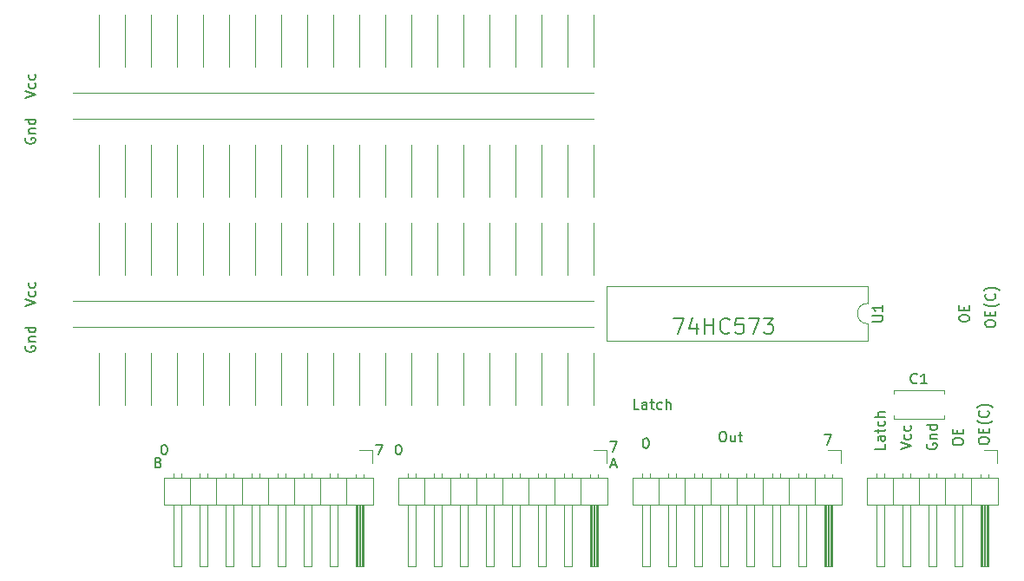
<source format=gbr>
G04 #@! TF.GenerationSoftware,KiCad,Pcbnew,(5.1.8)-1*
G04 #@! TF.CreationDate,2022-02-21T20:22:27+03:00*
G04 #@! TF.ProjectId,template-b,74656d70-6c61-4746-952d-622e6b696361,rev?*
G04 #@! TF.SameCoordinates,Original*
G04 #@! TF.FileFunction,Legend,Top*
G04 #@! TF.FilePolarity,Positive*
%FSLAX46Y46*%
G04 Gerber Fmt 4.6, Leading zero omitted, Abs format (unit mm)*
G04 Created by KiCad (PCBNEW (5.1.8)-1) date 2022-02-21 20:22:27*
%MOMM*%
%LPD*%
G01*
G04 APERTURE LIST*
%ADD10C,0.150000*%
%ADD11C,0.120000*%
%ADD12C,0.200000*%
G04 APERTURE END LIST*
D10*
X23312500Y-32392857D02*
X23264880Y-32488095D01*
X23264880Y-32630952D01*
X23312500Y-32773809D01*
X23407738Y-32869047D01*
X23502976Y-32916666D01*
X23693452Y-32964285D01*
X23836309Y-32964285D01*
X24026785Y-32916666D01*
X24122023Y-32869047D01*
X24217261Y-32773809D01*
X24264880Y-32630952D01*
X24264880Y-32535714D01*
X24217261Y-32392857D01*
X24169642Y-32345238D01*
X23836309Y-32345238D01*
X23836309Y-32535714D01*
X23598214Y-31916666D02*
X24264880Y-31916666D01*
X23693452Y-31916666D02*
X23645833Y-31869047D01*
X23598214Y-31773809D01*
X23598214Y-31630952D01*
X23645833Y-31535714D01*
X23741071Y-31488095D01*
X24264880Y-31488095D01*
X24264880Y-30583333D02*
X23264880Y-30583333D01*
X24217261Y-30583333D02*
X24264880Y-30678571D01*
X24264880Y-30869047D01*
X24217261Y-30964285D01*
X24169642Y-31011904D01*
X24074404Y-31059523D01*
X23788690Y-31059523D01*
X23693452Y-31011904D01*
X23645833Y-30964285D01*
X23598214Y-30869047D01*
X23598214Y-30678571D01*
X23645833Y-30583333D01*
X23312500Y-52712857D02*
X23264880Y-52808095D01*
X23264880Y-52950952D01*
X23312500Y-53093809D01*
X23407738Y-53189047D01*
X23502976Y-53236666D01*
X23693452Y-53284285D01*
X23836309Y-53284285D01*
X24026785Y-53236666D01*
X24122023Y-53189047D01*
X24217261Y-53093809D01*
X24264880Y-52950952D01*
X24264880Y-52855714D01*
X24217261Y-52712857D01*
X24169642Y-52665238D01*
X23836309Y-52665238D01*
X23836309Y-52855714D01*
X23598214Y-52236666D02*
X24264880Y-52236666D01*
X23693452Y-52236666D02*
X23645833Y-52189047D01*
X23598214Y-52093809D01*
X23598214Y-51950952D01*
X23645833Y-51855714D01*
X23741071Y-51808095D01*
X24264880Y-51808095D01*
X24264880Y-50903333D02*
X23264880Y-50903333D01*
X24217261Y-50903333D02*
X24264880Y-50998571D01*
X24264880Y-51189047D01*
X24217261Y-51284285D01*
X24169642Y-51331904D01*
X24074404Y-51379523D01*
X23788690Y-51379523D01*
X23693452Y-51331904D01*
X23645833Y-51284285D01*
X23598214Y-51189047D01*
X23598214Y-50998571D01*
X23645833Y-50903333D01*
X23264880Y-28495476D02*
X24264880Y-28162142D01*
X23264880Y-27828809D01*
X24217261Y-27066904D02*
X24264880Y-27162142D01*
X24264880Y-27352619D01*
X24217261Y-27447857D01*
X24169642Y-27495476D01*
X24074404Y-27543095D01*
X23788690Y-27543095D01*
X23693452Y-27495476D01*
X23645833Y-27447857D01*
X23598214Y-27352619D01*
X23598214Y-27162142D01*
X23645833Y-27066904D01*
X24217261Y-26209761D02*
X24264880Y-26305000D01*
X24264880Y-26495476D01*
X24217261Y-26590714D01*
X24169642Y-26638333D01*
X24074404Y-26685952D01*
X23788690Y-26685952D01*
X23693452Y-26638333D01*
X23645833Y-26590714D01*
X23598214Y-26495476D01*
X23598214Y-26305000D01*
X23645833Y-26209761D01*
X23264880Y-48815476D02*
X24264880Y-48482142D01*
X23264880Y-48148809D01*
X24217261Y-47386904D02*
X24264880Y-47482142D01*
X24264880Y-47672619D01*
X24217261Y-47767857D01*
X24169642Y-47815476D01*
X24074404Y-47863095D01*
X23788690Y-47863095D01*
X23693452Y-47815476D01*
X23645833Y-47767857D01*
X23598214Y-47672619D01*
X23598214Y-47482142D01*
X23645833Y-47386904D01*
X24217261Y-46529761D02*
X24264880Y-46625000D01*
X24264880Y-46815476D01*
X24217261Y-46910714D01*
X24169642Y-46958333D01*
X24074404Y-47005952D01*
X23788690Y-47005952D01*
X23693452Y-46958333D01*
X23645833Y-46910714D01*
X23598214Y-46815476D01*
X23598214Y-46625000D01*
X23645833Y-46529761D01*
X116927380Y-50609285D02*
X116927380Y-50418809D01*
X116975000Y-50323571D01*
X117070238Y-50228333D01*
X117260714Y-50180714D01*
X117594047Y-50180714D01*
X117784523Y-50228333D01*
X117879761Y-50323571D01*
X117927380Y-50418809D01*
X117927380Y-50609285D01*
X117879761Y-50704523D01*
X117784523Y-50799761D01*
X117594047Y-50847380D01*
X117260714Y-50847380D01*
X117070238Y-50799761D01*
X116975000Y-50704523D01*
X116927380Y-50609285D01*
X117403571Y-49752142D02*
X117403571Y-49418809D01*
X117927380Y-49275952D02*
X117927380Y-49752142D01*
X116927380Y-49752142D01*
X116927380Y-49275952D01*
X118308333Y-48561666D02*
X118260714Y-48609285D01*
X118117857Y-48704523D01*
X118022619Y-48752142D01*
X117879761Y-48799761D01*
X117641666Y-48847380D01*
X117451190Y-48847380D01*
X117213095Y-48799761D01*
X117070238Y-48752142D01*
X116975000Y-48704523D01*
X116832142Y-48609285D01*
X116784523Y-48561666D01*
X117832142Y-47609285D02*
X117879761Y-47656904D01*
X117927380Y-47799761D01*
X117927380Y-47895000D01*
X117879761Y-48037857D01*
X117784523Y-48133095D01*
X117689285Y-48180714D01*
X117498809Y-48228333D01*
X117355952Y-48228333D01*
X117165476Y-48180714D01*
X117070238Y-48133095D01*
X116975000Y-48037857D01*
X116927380Y-47895000D01*
X116927380Y-47799761D01*
X116975000Y-47656904D01*
X117022619Y-47609285D01*
X118308333Y-47275952D02*
X118260714Y-47228333D01*
X118117857Y-47133095D01*
X118022619Y-47085476D01*
X117879761Y-47037857D01*
X117641666Y-46990238D01*
X117451190Y-46990238D01*
X117213095Y-47037857D01*
X117070238Y-47085476D01*
X116975000Y-47133095D01*
X116832142Y-47228333D01*
X116784523Y-47275952D01*
X114387380Y-50077619D02*
X114387380Y-49887142D01*
X114435000Y-49791904D01*
X114530238Y-49696666D01*
X114720714Y-49649047D01*
X115054047Y-49649047D01*
X115244523Y-49696666D01*
X115339761Y-49791904D01*
X115387380Y-49887142D01*
X115387380Y-50077619D01*
X115339761Y-50172857D01*
X115244523Y-50268095D01*
X115054047Y-50315714D01*
X114720714Y-50315714D01*
X114530238Y-50268095D01*
X114435000Y-50172857D01*
X114387380Y-50077619D01*
X114863571Y-49220476D02*
X114863571Y-48887142D01*
X115387380Y-48744285D02*
X115387380Y-49220476D01*
X114387380Y-49220476D01*
X114387380Y-48744285D01*
X83145476Y-58872380D02*
X82669285Y-58872380D01*
X82669285Y-57872380D01*
X83907380Y-58872380D02*
X83907380Y-58348571D01*
X83859761Y-58253333D01*
X83764523Y-58205714D01*
X83574047Y-58205714D01*
X83478809Y-58253333D01*
X83907380Y-58824761D02*
X83812142Y-58872380D01*
X83574047Y-58872380D01*
X83478809Y-58824761D01*
X83431190Y-58729523D01*
X83431190Y-58634285D01*
X83478809Y-58539047D01*
X83574047Y-58491428D01*
X83812142Y-58491428D01*
X83907380Y-58443809D01*
X84240714Y-58205714D02*
X84621666Y-58205714D01*
X84383571Y-57872380D02*
X84383571Y-58729523D01*
X84431190Y-58824761D01*
X84526428Y-58872380D01*
X84621666Y-58872380D01*
X85383571Y-58824761D02*
X85288333Y-58872380D01*
X85097857Y-58872380D01*
X85002619Y-58824761D01*
X84955000Y-58777142D01*
X84907380Y-58681904D01*
X84907380Y-58396190D01*
X84955000Y-58300952D01*
X85002619Y-58253333D01*
X85097857Y-58205714D01*
X85288333Y-58205714D01*
X85383571Y-58253333D01*
X85812142Y-58872380D02*
X85812142Y-57872380D01*
X86240714Y-58872380D02*
X86240714Y-58348571D01*
X86193095Y-58253333D01*
X86097857Y-58205714D01*
X85955000Y-58205714D01*
X85859761Y-58253333D01*
X85812142Y-58300952D01*
D11*
X76200000Y-53340000D02*
X76200000Y-58420000D01*
X78740000Y-53340000D02*
X78740000Y-58420000D01*
X71120000Y-53340000D02*
X71120000Y-58420000D01*
X73660000Y-53340000D02*
X73660000Y-58420000D01*
X66040000Y-53340000D02*
X66040000Y-58420000D01*
X68580000Y-53340000D02*
X68580000Y-58420000D01*
X60960000Y-53340000D02*
X60960000Y-58420000D01*
X63500000Y-53340000D02*
X63500000Y-58420000D01*
X55880000Y-53340000D02*
X55880000Y-58420000D01*
X58420000Y-53340000D02*
X58420000Y-58420000D01*
X50800000Y-53340000D02*
X50800000Y-58420000D01*
X53340000Y-53340000D02*
X53340000Y-58420000D01*
X45720000Y-53340000D02*
X45720000Y-58420000D01*
X48260000Y-53340000D02*
X48260000Y-58420000D01*
X40640000Y-53340000D02*
X40640000Y-58420000D01*
X43180000Y-53340000D02*
X43180000Y-58420000D01*
X35560000Y-53340000D02*
X35560000Y-58420000D01*
X38100000Y-53340000D02*
X38100000Y-58420000D01*
X30480000Y-53340000D02*
X30480000Y-58420000D01*
X33020000Y-53340000D02*
X33020000Y-58420000D01*
X30480000Y-40640000D02*
X30480000Y-45720000D01*
X33020000Y-40640000D02*
X33020000Y-45720000D01*
X35560000Y-40640000D02*
X35560000Y-45720000D01*
X38100000Y-40640000D02*
X38100000Y-45720000D01*
X40640000Y-40640000D02*
X40640000Y-45720000D01*
X43180000Y-40640000D02*
X43180000Y-45720000D01*
X45720000Y-40640000D02*
X45720000Y-45720000D01*
X48260000Y-40640000D02*
X48260000Y-45720000D01*
X50800000Y-40640000D02*
X50800000Y-45720000D01*
X53340000Y-40640000D02*
X53340000Y-45720000D01*
X55880000Y-40640000D02*
X55880000Y-45720000D01*
X58420000Y-40640000D02*
X58420000Y-45720000D01*
X60960000Y-40640000D02*
X60960000Y-45720000D01*
X63500000Y-40640000D02*
X63500000Y-45720000D01*
X66040000Y-40640000D02*
X66040000Y-45720000D01*
X68580000Y-40640000D02*
X68580000Y-45720000D01*
X71120000Y-40640000D02*
X71120000Y-45720000D01*
X73660000Y-40640000D02*
X73660000Y-45720000D01*
X76200000Y-40640000D02*
X76200000Y-45720000D01*
X78740000Y-40640000D02*
X78740000Y-45720000D01*
X78740000Y-33020000D02*
X78740000Y-38100000D01*
X76200000Y-33020000D02*
X76200000Y-38100000D01*
X73660000Y-33020000D02*
X73660000Y-38100000D01*
X71120000Y-33020000D02*
X71120000Y-38100000D01*
X68580000Y-33020000D02*
X68580000Y-38100000D01*
X66040000Y-33020000D02*
X66040000Y-38100000D01*
X63500000Y-33020000D02*
X63500000Y-38100000D01*
X60960000Y-33020000D02*
X60960000Y-38100000D01*
X58420000Y-33020000D02*
X58420000Y-38100000D01*
X55880000Y-33020000D02*
X55880000Y-38100000D01*
X53340000Y-33020000D02*
X53340000Y-38100000D01*
X50800000Y-33020000D02*
X50800000Y-38100000D01*
X48260000Y-33020000D02*
X48260000Y-38100000D01*
X45720000Y-33020000D02*
X45720000Y-38100000D01*
X43180000Y-33020000D02*
X43180000Y-38100000D01*
X40640000Y-33020000D02*
X40640000Y-38100000D01*
X38100000Y-33020000D02*
X38100000Y-38100000D01*
X35560000Y-33020000D02*
X35560000Y-38100000D01*
X33020000Y-33020000D02*
X33020000Y-38100000D01*
X30480000Y-33020000D02*
X30480000Y-38100000D01*
X78740000Y-20320000D02*
X78740000Y-25400000D01*
X76200000Y-20320000D02*
X76200000Y-25400000D01*
X73660000Y-20320000D02*
X73660000Y-25400000D01*
X71120000Y-20320000D02*
X71120000Y-25400000D01*
X68580000Y-20320000D02*
X68580000Y-25400000D01*
X66040000Y-20320000D02*
X66040000Y-25400000D01*
X63500000Y-20320000D02*
X63500000Y-25400000D01*
X60960000Y-20320000D02*
X60960000Y-25400000D01*
X58420000Y-20320000D02*
X58420000Y-25400000D01*
X55880000Y-20320000D02*
X55880000Y-25400000D01*
X53340000Y-20320000D02*
X53340000Y-25400000D01*
X50800000Y-20320000D02*
X50800000Y-25400000D01*
X48260000Y-20320000D02*
X48260000Y-25400000D01*
X45720000Y-20320000D02*
X45720000Y-25400000D01*
X43180000Y-20320000D02*
X43180000Y-25400000D01*
X40640000Y-20320000D02*
X40640000Y-25400000D01*
X38100000Y-20320000D02*
X38100000Y-25400000D01*
X35560000Y-20320000D02*
X35560000Y-25400000D01*
X33020000Y-20320000D02*
X33020000Y-25400000D01*
X30480000Y-20320000D02*
X30480000Y-25400000D01*
X27940000Y-50800000D02*
X78740000Y-50800000D01*
X27940000Y-48260000D02*
X78740000Y-48260000D01*
X27940000Y-30480000D02*
X78740000Y-30480000D01*
X27940000Y-27940000D02*
X78740000Y-27940000D01*
D10*
X116292380Y-62039285D02*
X116292380Y-61848809D01*
X116340000Y-61753571D01*
X116435238Y-61658333D01*
X116625714Y-61610714D01*
X116959047Y-61610714D01*
X117149523Y-61658333D01*
X117244761Y-61753571D01*
X117292380Y-61848809D01*
X117292380Y-62039285D01*
X117244761Y-62134523D01*
X117149523Y-62229761D01*
X116959047Y-62277380D01*
X116625714Y-62277380D01*
X116435238Y-62229761D01*
X116340000Y-62134523D01*
X116292380Y-62039285D01*
X116768571Y-61182142D02*
X116768571Y-60848809D01*
X117292380Y-60705952D02*
X117292380Y-61182142D01*
X116292380Y-61182142D01*
X116292380Y-60705952D01*
X117673333Y-59991666D02*
X117625714Y-60039285D01*
X117482857Y-60134523D01*
X117387619Y-60182142D01*
X117244761Y-60229761D01*
X117006666Y-60277380D01*
X116816190Y-60277380D01*
X116578095Y-60229761D01*
X116435238Y-60182142D01*
X116340000Y-60134523D01*
X116197142Y-60039285D01*
X116149523Y-59991666D01*
X117197142Y-59039285D02*
X117244761Y-59086904D01*
X117292380Y-59229761D01*
X117292380Y-59325000D01*
X117244761Y-59467857D01*
X117149523Y-59563095D01*
X117054285Y-59610714D01*
X116863809Y-59658333D01*
X116720952Y-59658333D01*
X116530476Y-59610714D01*
X116435238Y-59563095D01*
X116340000Y-59467857D01*
X116292380Y-59325000D01*
X116292380Y-59229761D01*
X116340000Y-59086904D01*
X116387619Y-59039285D01*
X117673333Y-58705952D02*
X117625714Y-58658333D01*
X117482857Y-58563095D01*
X117387619Y-58515476D01*
X117244761Y-58467857D01*
X117006666Y-58420238D01*
X116816190Y-58420238D01*
X116578095Y-58467857D01*
X116435238Y-58515476D01*
X116340000Y-58563095D01*
X116197142Y-58658333D01*
X116149523Y-58705952D01*
X83772380Y-61682380D02*
X83867619Y-61682380D01*
X83962857Y-61730000D01*
X84010476Y-61777619D01*
X84058095Y-61872857D01*
X84105714Y-62063333D01*
X84105714Y-62301428D01*
X84058095Y-62491904D01*
X84010476Y-62587142D01*
X83962857Y-62634761D01*
X83867619Y-62682380D01*
X83772380Y-62682380D01*
X83677142Y-62634761D01*
X83629523Y-62587142D01*
X83581904Y-62491904D01*
X83534285Y-62301428D01*
X83534285Y-62063333D01*
X83581904Y-61872857D01*
X83629523Y-61777619D01*
X83677142Y-61730000D01*
X83772380Y-61682380D01*
X101266666Y-61364880D02*
X101933333Y-61364880D01*
X101504761Y-62364880D01*
X80311666Y-61999880D02*
X80978333Y-61999880D01*
X80549761Y-62999880D01*
X59642380Y-62317380D02*
X59737619Y-62317380D01*
X59832857Y-62365000D01*
X59880476Y-62412619D01*
X59928095Y-62507857D01*
X59975714Y-62698333D01*
X59975714Y-62936428D01*
X59928095Y-63126904D01*
X59880476Y-63222142D01*
X59832857Y-63269761D01*
X59737619Y-63317380D01*
X59642380Y-63317380D01*
X59547142Y-63269761D01*
X59499523Y-63222142D01*
X59451904Y-63126904D01*
X59404285Y-62936428D01*
X59404285Y-62698333D01*
X59451904Y-62507857D01*
X59499523Y-62412619D01*
X59547142Y-62365000D01*
X59642380Y-62317380D01*
X57451666Y-62317380D02*
X58118333Y-62317380D01*
X57689761Y-63317380D01*
X36782380Y-62317380D02*
X36877619Y-62317380D01*
X36972857Y-62365000D01*
X37020476Y-62412619D01*
X37068095Y-62507857D01*
X37115714Y-62698333D01*
X37115714Y-62936428D01*
X37068095Y-63126904D01*
X37020476Y-63222142D01*
X36972857Y-63269761D01*
X36877619Y-63317380D01*
X36782380Y-63317380D01*
X36687142Y-63269761D01*
X36639523Y-63222142D01*
X36591904Y-63126904D01*
X36544285Y-62936428D01*
X36544285Y-62698333D01*
X36591904Y-62507857D01*
X36639523Y-62412619D01*
X36687142Y-62365000D01*
X36782380Y-62317380D01*
X36266428Y-64063571D02*
X36409285Y-64111190D01*
X36456904Y-64158809D01*
X36504523Y-64254047D01*
X36504523Y-64396904D01*
X36456904Y-64492142D01*
X36409285Y-64539761D01*
X36314047Y-64587380D01*
X35933095Y-64587380D01*
X35933095Y-63587380D01*
X36266428Y-63587380D01*
X36361666Y-63635000D01*
X36409285Y-63682619D01*
X36456904Y-63777857D01*
X36456904Y-63873095D01*
X36409285Y-63968333D01*
X36361666Y-64015952D01*
X36266428Y-64063571D01*
X35933095Y-64063571D01*
X80406904Y-64301666D02*
X80883095Y-64301666D01*
X80311666Y-64587380D02*
X80645000Y-63587380D01*
X80978333Y-64587380D01*
X91241666Y-61047380D02*
X91432142Y-61047380D01*
X91527380Y-61095000D01*
X91622619Y-61190238D01*
X91670238Y-61380714D01*
X91670238Y-61714047D01*
X91622619Y-61904523D01*
X91527380Y-61999761D01*
X91432142Y-62047380D01*
X91241666Y-62047380D01*
X91146428Y-61999761D01*
X91051190Y-61904523D01*
X91003571Y-61714047D01*
X91003571Y-61380714D01*
X91051190Y-61190238D01*
X91146428Y-61095000D01*
X91241666Y-61047380D01*
X92527380Y-61380714D02*
X92527380Y-62047380D01*
X92098809Y-61380714D02*
X92098809Y-61904523D01*
X92146428Y-61999761D01*
X92241666Y-62047380D01*
X92384523Y-62047380D01*
X92479761Y-61999761D01*
X92527380Y-61952142D01*
X92860714Y-61380714D02*
X93241666Y-61380714D01*
X93003571Y-61047380D02*
X93003571Y-61904523D01*
X93051190Y-61999761D01*
X93146428Y-62047380D01*
X93241666Y-62047380D01*
X107132380Y-62269523D02*
X107132380Y-62745714D01*
X106132380Y-62745714D01*
X107132380Y-61507619D02*
X106608571Y-61507619D01*
X106513333Y-61555238D01*
X106465714Y-61650476D01*
X106465714Y-61840952D01*
X106513333Y-61936190D01*
X107084761Y-61507619D02*
X107132380Y-61602857D01*
X107132380Y-61840952D01*
X107084761Y-61936190D01*
X106989523Y-61983809D01*
X106894285Y-61983809D01*
X106799047Y-61936190D01*
X106751428Y-61840952D01*
X106751428Y-61602857D01*
X106703809Y-61507619D01*
X106465714Y-61174285D02*
X106465714Y-60793333D01*
X106132380Y-61031428D02*
X106989523Y-61031428D01*
X107084761Y-60983809D01*
X107132380Y-60888571D01*
X107132380Y-60793333D01*
X107084761Y-60031428D02*
X107132380Y-60126666D01*
X107132380Y-60317142D01*
X107084761Y-60412380D01*
X107037142Y-60460000D01*
X106941904Y-60507619D01*
X106656190Y-60507619D01*
X106560952Y-60460000D01*
X106513333Y-60412380D01*
X106465714Y-60317142D01*
X106465714Y-60126666D01*
X106513333Y-60031428D01*
X107132380Y-59602857D02*
X106132380Y-59602857D01*
X107132380Y-59174285D02*
X106608571Y-59174285D01*
X106513333Y-59221904D01*
X106465714Y-59317142D01*
X106465714Y-59460000D01*
X106513333Y-59555238D01*
X106560952Y-59602857D01*
X113752380Y-62142619D02*
X113752380Y-61952142D01*
X113800000Y-61856904D01*
X113895238Y-61761666D01*
X114085714Y-61714047D01*
X114419047Y-61714047D01*
X114609523Y-61761666D01*
X114704761Y-61856904D01*
X114752380Y-61952142D01*
X114752380Y-62142619D01*
X114704761Y-62237857D01*
X114609523Y-62333095D01*
X114419047Y-62380714D01*
X114085714Y-62380714D01*
X113895238Y-62333095D01*
X113800000Y-62237857D01*
X113752380Y-62142619D01*
X114228571Y-61285476D02*
X114228571Y-60952142D01*
X114752380Y-60809285D02*
X114752380Y-61285476D01*
X113752380Y-61285476D01*
X113752380Y-60809285D01*
X108672380Y-62785476D02*
X109672380Y-62452142D01*
X108672380Y-62118809D01*
X109624761Y-61356904D02*
X109672380Y-61452142D01*
X109672380Y-61642619D01*
X109624761Y-61737857D01*
X109577142Y-61785476D01*
X109481904Y-61833095D01*
X109196190Y-61833095D01*
X109100952Y-61785476D01*
X109053333Y-61737857D01*
X109005714Y-61642619D01*
X109005714Y-61452142D01*
X109053333Y-61356904D01*
X109624761Y-60499761D02*
X109672380Y-60595000D01*
X109672380Y-60785476D01*
X109624761Y-60880714D01*
X109577142Y-60928333D01*
X109481904Y-60975952D01*
X109196190Y-60975952D01*
X109100952Y-60928333D01*
X109053333Y-60880714D01*
X109005714Y-60785476D01*
X109005714Y-60595000D01*
X109053333Y-60499761D01*
X111260000Y-62237857D02*
X111212380Y-62333095D01*
X111212380Y-62475952D01*
X111260000Y-62618809D01*
X111355238Y-62714047D01*
X111450476Y-62761666D01*
X111640952Y-62809285D01*
X111783809Y-62809285D01*
X111974285Y-62761666D01*
X112069523Y-62714047D01*
X112164761Y-62618809D01*
X112212380Y-62475952D01*
X112212380Y-62380714D01*
X112164761Y-62237857D01*
X112117142Y-62190238D01*
X111783809Y-62190238D01*
X111783809Y-62380714D01*
X111545714Y-61761666D02*
X112212380Y-61761666D01*
X111640952Y-61761666D02*
X111593333Y-61714047D01*
X111545714Y-61618809D01*
X111545714Y-61475952D01*
X111593333Y-61380714D01*
X111688571Y-61333095D01*
X112212380Y-61333095D01*
X112212380Y-60428333D02*
X111212380Y-60428333D01*
X112164761Y-60428333D02*
X112212380Y-60523571D01*
X112212380Y-60714047D01*
X112164761Y-60809285D01*
X112117142Y-60856904D01*
X112021904Y-60904523D01*
X111736190Y-60904523D01*
X111640952Y-60856904D01*
X111593333Y-60809285D01*
X111545714Y-60714047D01*
X111545714Y-60523571D01*
X111593333Y-60428333D01*
D12*
X86547142Y-49978571D02*
X87547142Y-49978571D01*
X86904285Y-51478571D01*
X88761428Y-50478571D02*
X88761428Y-51478571D01*
X88404285Y-49907142D02*
X88047142Y-50978571D01*
X88975714Y-50978571D01*
X89547142Y-51478571D02*
X89547142Y-49978571D01*
X89547142Y-50692857D02*
X90404285Y-50692857D01*
X90404285Y-51478571D02*
X90404285Y-49978571D01*
X91975714Y-51335714D02*
X91904285Y-51407142D01*
X91690000Y-51478571D01*
X91547142Y-51478571D01*
X91332857Y-51407142D01*
X91190000Y-51264285D01*
X91118571Y-51121428D01*
X91047142Y-50835714D01*
X91047142Y-50621428D01*
X91118571Y-50335714D01*
X91190000Y-50192857D01*
X91332857Y-50050000D01*
X91547142Y-49978571D01*
X91690000Y-49978571D01*
X91904285Y-50050000D01*
X91975714Y-50121428D01*
X93332857Y-49978571D02*
X92618571Y-49978571D01*
X92547142Y-50692857D01*
X92618571Y-50621428D01*
X92761428Y-50550000D01*
X93118571Y-50550000D01*
X93261428Y-50621428D01*
X93332857Y-50692857D01*
X93404285Y-50835714D01*
X93404285Y-51192857D01*
X93332857Y-51335714D01*
X93261428Y-51407142D01*
X93118571Y-51478571D01*
X92761428Y-51478571D01*
X92618571Y-51407142D01*
X92547142Y-51335714D01*
X93904285Y-49978571D02*
X94904285Y-49978571D01*
X94261428Y-51478571D01*
X95332857Y-49978571D02*
X96261428Y-49978571D01*
X95761428Y-50550000D01*
X95975714Y-50550000D01*
X96118571Y-50621428D01*
X96190000Y-50692857D01*
X96261428Y-50835714D01*
X96261428Y-51192857D01*
X96190000Y-51335714D01*
X96118571Y-51407142D01*
X95975714Y-51478571D01*
X95547142Y-51478571D01*
X95404285Y-51407142D01*
X95332857Y-51335714D01*
D11*
X102930000Y-65575000D02*
X82490000Y-65575000D01*
X82490000Y-65575000D02*
X82490000Y-68235000D01*
X82490000Y-68235000D02*
X102930000Y-68235000D01*
X102930000Y-68235000D02*
X102930000Y-65575000D01*
X101980000Y-68235000D02*
X101980000Y-74235000D01*
X101980000Y-74235000D02*
X101220000Y-74235000D01*
X101220000Y-74235000D02*
X101220000Y-68235000D01*
X101920000Y-68235000D02*
X101920000Y-74235000D01*
X101800000Y-68235000D02*
X101800000Y-74235000D01*
X101680000Y-68235000D02*
X101680000Y-74235000D01*
X101560000Y-68235000D02*
X101560000Y-74235000D01*
X101440000Y-68235000D02*
X101440000Y-74235000D01*
X101320000Y-68235000D02*
X101320000Y-74235000D01*
X101980000Y-65245000D02*
X101980000Y-65575000D01*
X101220000Y-65245000D02*
X101220000Y-65575000D01*
X100330000Y-65575000D02*
X100330000Y-68235000D01*
X99440000Y-68235000D02*
X99440000Y-74235000D01*
X99440000Y-74235000D02*
X98680000Y-74235000D01*
X98680000Y-74235000D02*
X98680000Y-68235000D01*
X99440000Y-65177929D02*
X99440000Y-65575000D01*
X98680000Y-65177929D02*
X98680000Y-65575000D01*
X97790000Y-65575000D02*
X97790000Y-68235000D01*
X96900000Y-68235000D02*
X96900000Y-74235000D01*
X96900000Y-74235000D02*
X96140000Y-74235000D01*
X96140000Y-74235000D02*
X96140000Y-68235000D01*
X96900000Y-65177929D02*
X96900000Y-65575000D01*
X96140000Y-65177929D02*
X96140000Y-65575000D01*
X95250000Y-65575000D02*
X95250000Y-68235000D01*
X94360000Y-68235000D02*
X94360000Y-74235000D01*
X94360000Y-74235000D02*
X93600000Y-74235000D01*
X93600000Y-74235000D02*
X93600000Y-68235000D01*
X94360000Y-65177929D02*
X94360000Y-65575000D01*
X93600000Y-65177929D02*
X93600000Y-65575000D01*
X92710000Y-65575000D02*
X92710000Y-68235000D01*
X91820000Y-68235000D02*
X91820000Y-74235000D01*
X91820000Y-74235000D02*
X91060000Y-74235000D01*
X91060000Y-74235000D02*
X91060000Y-68235000D01*
X91820000Y-65177929D02*
X91820000Y-65575000D01*
X91060000Y-65177929D02*
X91060000Y-65575000D01*
X90170000Y-65575000D02*
X90170000Y-68235000D01*
X89280000Y-68235000D02*
X89280000Y-74235000D01*
X89280000Y-74235000D02*
X88520000Y-74235000D01*
X88520000Y-74235000D02*
X88520000Y-68235000D01*
X89280000Y-65177929D02*
X89280000Y-65575000D01*
X88520000Y-65177929D02*
X88520000Y-65575000D01*
X87630000Y-65575000D02*
X87630000Y-68235000D01*
X86740000Y-68235000D02*
X86740000Y-74235000D01*
X86740000Y-74235000D02*
X85980000Y-74235000D01*
X85980000Y-74235000D02*
X85980000Y-68235000D01*
X86740000Y-65177929D02*
X86740000Y-65575000D01*
X85980000Y-65177929D02*
X85980000Y-65575000D01*
X85090000Y-65575000D02*
X85090000Y-68235000D01*
X84200000Y-68235000D02*
X84200000Y-74235000D01*
X84200000Y-74235000D02*
X83440000Y-74235000D01*
X83440000Y-74235000D02*
X83440000Y-68235000D01*
X84200000Y-65177929D02*
X84200000Y-65575000D01*
X83440000Y-65177929D02*
X83440000Y-65575000D01*
X101600000Y-62865000D02*
X102870000Y-62865000D01*
X102870000Y-62865000D02*
X102870000Y-64135000D01*
X80070000Y-65575000D02*
X59630000Y-65575000D01*
X59630000Y-65575000D02*
X59630000Y-68235000D01*
X59630000Y-68235000D02*
X80070000Y-68235000D01*
X80070000Y-68235000D02*
X80070000Y-65575000D01*
X79120000Y-68235000D02*
X79120000Y-74235000D01*
X79120000Y-74235000D02*
X78360000Y-74235000D01*
X78360000Y-74235000D02*
X78360000Y-68235000D01*
X79060000Y-68235000D02*
X79060000Y-74235000D01*
X78940000Y-68235000D02*
X78940000Y-74235000D01*
X78820000Y-68235000D02*
X78820000Y-74235000D01*
X78700000Y-68235000D02*
X78700000Y-74235000D01*
X78580000Y-68235000D02*
X78580000Y-74235000D01*
X78460000Y-68235000D02*
X78460000Y-74235000D01*
X79120000Y-65245000D02*
X79120000Y-65575000D01*
X78360000Y-65245000D02*
X78360000Y-65575000D01*
X77470000Y-65575000D02*
X77470000Y-68235000D01*
X76580000Y-68235000D02*
X76580000Y-74235000D01*
X76580000Y-74235000D02*
X75820000Y-74235000D01*
X75820000Y-74235000D02*
X75820000Y-68235000D01*
X76580000Y-65177929D02*
X76580000Y-65575000D01*
X75820000Y-65177929D02*
X75820000Y-65575000D01*
X74930000Y-65575000D02*
X74930000Y-68235000D01*
X74040000Y-68235000D02*
X74040000Y-74235000D01*
X74040000Y-74235000D02*
X73280000Y-74235000D01*
X73280000Y-74235000D02*
X73280000Y-68235000D01*
X74040000Y-65177929D02*
X74040000Y-65575000D01*
X73280000Y-65177929D02*
X73280000Y-65575000D01*
X72390000Y-65575000D02*
X72390000Y-68235000D01*
X71500000Y-68235000D02*
X71500000Y-74235000D01*
X71500000Y-74235000D02*
X70740000Y-74235000D01*
X70740000Y-74235000D02*
X70740000Y-68235000D01*
X71500000Y-65177929D02*
X71500000Y-65575000D01*
X70740000Y-65177929D02*
X70740000Y-65575000D01*
X69850000Y-65575000D02*
X69850000Y-68235000D01*
X68960000Y-68235000D02*
X68960000Y-74235000D01*
X68960000Y-74235000D02*
X68200000Y-74235000D01*
X68200000Y-74235000D02*
X68200000Y-68235000D01*
X68960000Y-65177929D02*
X68960000Y-65575000D01*
X68200000Y-65177929D02*
X68200000Y-65575000D01*
X67310000Y-65575000D02*
X67310000Y-68235000D01*
X66420000Y-68235000D02*
X66420000Y-74235000D01*
X66420000Y-74235000D02*
X65660000Y-74235000D01*
X65660000Y-74235000D02*
X65660000Y-68235000D01*
X66420000Y-65177929D02*
X66420000Y-65575000D01*
X65660000Y-65177929D02*
X65660000Y-65575000D01*
X64770000Y-65575000D02*
X64770000Y-68235000D01*
X63880000Y-68235000D02*
X63880000Y-74235000D01*
X63880000Y-74235000D02*
X63120000Y-74235000D01*
X63120000Y-74235000D02*
X63120000Y-68235000D01*
X63880000Y-65177929D02*
X63880000Y-65575000D01*
X63120000Y-65177929D02*
X63120000Y-65575000D01*
X62230000Y-65575000D02*
X62230000Y-68235000D01*
X61340000Y-68235000D02*
X61340000Y-74235000D01*
X61340000Y-74235000D02*
X60580000Y-74235000D01*
X60580000Y-74235000D02*
X60580000Y-68235000D01*
X61340000Y-65177929D02*
X61340000Y-65575000D01*
X60580000Y-65177929D02*
X60580000Y-65575000D01*
X78740000Y-62865000D02*
X80010000Y-62865000D01*
X80010000Y-62865000D02*
X80010000Y-64135000D01*
X57210000Y-65575000D02*
X36770000Y-65575000D01*
X36770000Y-65575000D02*
X36770000Y-68235000D01*
X36770000Y-68235000D02*
X57210000Y-68235000D01*
X57210000Y-68235000D02*
X57210000Y-65575000D01*
X56260000Y-68235000D02*
X56260000Y-74235000D01*
X56260000Y-74235000D02*
X55500000Y-74235000D01*
X55500000Y-74235000D02*
X55500000Y-68235000D01*
X56200000Y-68235000D02*
X56200000Y-74235000D01*
X56080000Y-68235000D02*
X56080000Y-74235000D01*
X55960000Y-68235000D02*
X55960000Y-74235000D01*
X55840000Y-68235000D02*
X55840000Y-74235000D01*
X55720000Y-68235000D02*
X55720000Y-74235000D01*
X55600000Y-68235000D02*
X55600000Y-74235000D01*
X56260000Y-65245000D02*
X56260000Y-65575000D01*
X55500000Y-65245000D02*
X55500000Y-65575000D01*
X54610000Y-65575000D02*
X54610000Y-68235000D01*
X53720000Y-68235000D02*
X53720000Y-74235000D01*
X53720000Y-74235000D02*
X52960000Y-74235000D01*
X52960000Y-74235000D02*
X52960000Y-68235000D01*
X53720000Y-65177929D02*
X53720000Y-65575000D01*
X52960000Y-65177929D02*
X52960000Y-65575000D01*
X52070000Y-65575000D02*
X52070000Y-68235000D01*
X51180000Y-68235000D02*
X51180000Y-74235000D01*
X51180000Y-74235000D02*
X50420000Y-74235000D01*
X50420000Y-74235000D02*
X50420000Y-68235000D01*
X51180000Y-65177929D02*
X51180000Y-65575000D01*
X50420000Y-65177929D02*
X50420000Y-65575000D01*
X49530000Y-65575000D02*
X49530000Y-68235000D01*
X48640000Y-68235000D02*
X48640000Y-74235000D01*
X48640000Y-74235000D02*
X47880000Y-74235000D01*
X47880000Y-74235000D02*
X47880000Y-68235000D01*
X48640000Y-65177929D02*
X48640000Y-65575000D01*
X47880000Y-65177929D02*
X47880000Y-65575000D01*
X46990000Y-65575000D02*
X46990000Y-68235000D01*
X46100000Y-68235000D02*
X46100000Y-74235000D01*
X46100000Y-74235000D02*
X45340000Y-74235000D01*
X45340000Y-74235000D02*
X45340000Y-68235000D01*
X46100000Y-65177929D02*
X46100000Y-65575000D01*
X45340000Y-65177929D02*
X45340000Y-65575000D01*
X44450000Y-65575000D02*
X44450000Y-68235000D01*
X43560000Y-68235000D02*
X43560000Y-74235000D01*
X43560000Y-74235000D02*
X42800000Y-74235000D01*
X42800000Y-74235000D02*
X42800000Y-68235000D01*
X43560000Y-65177929D02*
X43560000Y-65575000D01*
X42800000Y-65177929D02*
X42800000Y-65575000D01*
X41910000Y-65575000D02*
X41910000Y-68235000D01*
X41020000Y-68235000D02*
X41020000Y-74235000D01*
X41020000Y-74235000D02*
X40260000Y-74235000D01*
X40260000Y-74235000D02*
X40260000Y-68235000D01*
X41020000Y-65177929D02*
X41020000Y-65575000D01*
X40260000Y-65177929D02*
X40260000Y-65575000D01*
X39370000Y-65575000D02*
X39370000Y-68235000D01*
X38480000Y-68235000D02*
X38480000Y-74235000D01*
X38480000Y-74235000D02*
X37720000Y-74235000D01*
X37720000Y-74235000D02*
X37720000Y-68235000D01*
X38480000Y-65177929D02*
X38480000Y-65575000D01*
X37720000Y-65177929D02*
X37720000Y-65575000D01*
X55880000Y-62865000D02*
X57150000Y-62865000D01*
X57150000Y-62865000D02*
X57150000Y-64135000D01*
X112920000Y-59475000D02*
X112920000Y-59790000D01*
X112920000Y-57050000D02*
X112920000Y-57365000D01*
X107980000Y-59475000D02*
X107980000Y-59790000D01*
X107980000Y-57050000D02*
X107980000Y-57365000D01*
X107980000Y-59790000D02*
X112920000Y-59790000D01*
X107980000Y-57050000D02*
X112920000Y-57050000D01*
X105470000Y-52180000D02*
X105470000Y-50530000D01*
X79950000Y-52180000D02*
X105470000Y-52180000D01*
X79950000Y-46880000D02*
X79950000Y-52180000D01*
X105470000Y-46880000D02*
X79950000Y-46880000D01*
X105470000Y-48530000D02*
X105470000Y-46880000D01*
X105470000Y-50530000D02*
G75*
G02*
X105470000Y-48530000I0J1000000D01*
G01*
X118110000Y-62865000D02*
X118110000Y-64135000D01*
X116840000Y-62865000D02*
X118110000Y-62865000D01*
X106300000Y-65177929D02*
X106300000Y-65575000D01*
X107060000Y-65177929D02*
X107060000Y-65575000D01*
X106300000Y-74235000D02*
X106300000Y-68235000D01*
X107060000Y-74235000D02*
X106300000Y-74235000D01*
X107060000Y-68235000D02*
X107060000Y-74235000D01*
X107950000Y-65575000D02*
X107950000Y-68235000D01*
X108840000Y-65177929D02*
X108840000Y-65575000D01*
X109600000Y-65177929D02*
X109600000Y-65575000D01*
X108840000Y-74235000D02*
X108840000Y-68235000D01*
X109600000Y-74235000D02*
X108840000Y-74235000D01*
X109600000Y-68235000D02*
X109600000Y-74235000D01*
X110490000Y-65575000D02*
X110490000Y-68235000D01*
X111380000Y-65177929D02*
X111380000Y-65575000D01*
X112140000Y-65177929D02*
X112140000Y-65575000D01*
X111380000Y-74235000D02*
X111380000Y-68235000D01*
X112140000Y-74235000D02*
X111380000Y-74235000D01*
X112140000Y-68235000D02*
X112140000Y-74235000D01*
X113030000Y-65575000D02*
X113030000Y-68235000D01*
X113920000Y-65177929D02*
X113920000Y-65575000D01*
X114680000Y-65177929D02*
X114680000Y-65575000D01*
X113920000Y-74235000D02*
X113920000Y-68235000D01*
X114680000Y-74235000D02*
X113920000Y-74235000D01*
X114680000Y-68235000D02*
X114680000Y-74235000D01*
X115570000Y-65575000D02*
X115570000Y-68235000D01*
X116460000Y-65245000D02*
X116460000Y-65575000D01*
X117220000Y-65245000D02*
X117220000Y-65575000D01*
X116560000Y-68235000D02*
X116560000Y-74235000D01*
X116680000Y-68235000D02*
X116680000Y-74235000D01*
X116800000Y-68235000D02*
X116800000Y-74235000D01*
X116920000Y-68235000D02*
X116920000Y-74235000D01*
X117040000Y-68235000D02*
X117040000Y-74235000D01*
X117160000Y-68235000D02*
X117160000Y-74235000D01*
X116460000Y-74235000D02*
X116460000Y-68235000D01*
X117220000Y-74235000D02*
X116460000Y-74235000D01*
X117220000Y-68235000D02*
X117220000Y-74235000D01*
X118170000Y-68235000D02*
X118170000Y-65575000D01*
X105350000Y-68235000D02*
X118170000Y-68235000D01*
X105350000Y-65575000D02*
X105350000Y-68235000D01*
X118170000Y-65575000D02*
X105350000Y-65575000D01*
D10*
X110283333Y-56277142D02*
X110235714Y-56324761D01*
X110092857Y-56372380D01*
X109997619Y-56372380D01*
X109854761Y-56324761D01*
X109759523Y-56229523D01*
X109711904Y-56134285D01*
X109664285Y-55943809D01*
X109664285Y-55800952D01*
X109711904Y-55610476D01*
X109759523Y-55515238D01*
X109854761Y-55420000D01*
X109997619Y-55372380D01*
X110092857Y-55372380D01*
X110235714Y-55420000D01*
X110283333Y-55467619D01*
X111235714Y-56372380D02*
X110664285Y-56372380D01*
X110950000Y-56372380D02*
X110950000Y-55372380D01*
X110854761Y-55515238D01*
X110759523Y-55610476D01*
X110664285Y-55658095D01*
X105922380Y-50291904D02*
X106731904Y-50291904D01*
X106827142Y-50244285D01*
X106874761Y-50196666D01*
X106922380Y-50101428D01*
X106922380Y-49910952D01*
X106874761Y-49815714D01*
X106827142Y-49768095D01*
X106731904Y-49720476D01*
X105922380Y-49720476D01*
X106922380Y-48720476D02*
X106922380Y-49291904D01*
X106922380Y-49006190D02*
X105922380Y-49006190D01*
X106065238Y-49101428D01*
X106160476Y-49196666D01*
X106208095Y-49291904D01*
M02*

</source>
